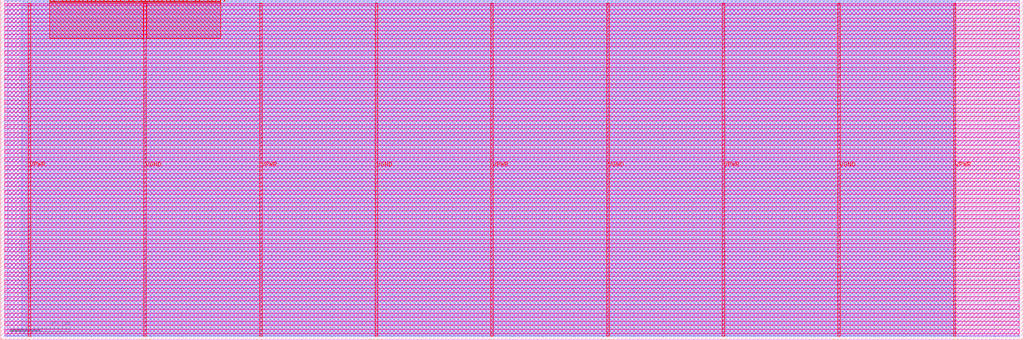
<source format=lef>
VERSION 5.7 ;
  NOWIREEXTENSIONATPIN ON ;
  DIVIDERCHAR "/" ;
  BUSBITCHARS "[]" ;
MACRO tt_um_hh_dup
  CLASS BLOCK ;
  FOREIGN tt_um_hh_dup ;
  ORIGIN 0.000 0.000 ;
  SIZE 678.960 BY 225.760 ;
  PIN VGND
    DIRECTION INOUT ;
    USE GROUND ;
    PORT
      LAYER met4 ;
        RECT 95.080 2.480 96.680 223.280 ;
    END
    PORT
      LAYER met4 ;
        RECT 248.680 2.480 250.280 223.280 ;
    END
    PORT
      LAYER met4 ;
        RECT 402.280 2.480 403.880 223.280 ;
    END
    PORT
      LAYER met4 ;
        RECT 555.880 2.480 557.480 223.280 ;
    END
  END VGND
  PIN VPWR
    DIRECTION INOUT ;
    USE POWER ;
    PORT
      LAYER met4 ;
        RECT 18.280 2.480 19.880 223.280 ;
    END
    PORT
      LAYER met4 ;
        RECT 171.880 2.480 173.480 223.280 ;
    END
    PORT
      LAYER met4 ;
        RECT 325.480 2.480 327.080 223.280 ;
    END
    PORT
      LAYER met4 ;
        RECT 479.080 2.480 480.680 223.280 ;
    END
    PORT
      LAYER met4 ;
        RECT 632.680 2.480 634.280 223.280 ;
    END
  END VPWR
  PIN clk
    DIRECTION INPUT ;
    USE SIGNAL ;
    ANTENNAGATEAREA 0.852000 ;
    PORT
      LAYER met4 ;
        RECT 145.670 224.760 145.970 225.760 ;
    END
  END clk
  PIN ena
    DIRECTION INPUT ;
    USE SIGNAL ;
    PORT
      LAYER met4 ;
        RECT 148.430 224.760 148.730 225.760 ;
    END
  END ena
  PIN rst_n
    DIRECTION INPUT ;
    USE SIGNAL ;
    ANTENNAGATEAREA 0.196500 ;
    PORT
      LAYER met4 ;
        RECT 142.910 224.760 143.210 225.760 ;
    END
  END rst_n
  PIN ui_in[0]
    DIRECTION INPUT ;
    USE SIGNAL ;
    PORT
      LAYER met4 ;
        RECT 140.150 224.760 140.450 225.760 ;
    END
  END ui_in[0]
  PIN ui_in[1]
    DIRECTION INPUT ;
    USE SIGNAL ;
    ANTENNAGATEAREA 0.196500 ;
    PORT
      LAYER met4 ;
        RECT 137.390 224.760 137.690 225.760 ;
    END
  END ui_in[1]
  PIN ui_in[2]
    DIRECTION INPUT ;
    USE SIGNAL ;
    ANTENNAGATEAREA 0.196500 ;
    PORT
      LAYER met4 ;
        RECT 134.630 224.760 134.930 225.760 ;
    END
  END ui_in[2]
  PIN ui_in[3]
    DIRECTION INPUT ;
    USE SIGNAL ;
    ANTENNAGATEAREA 0.196500 ;
    PORT
      LAYER met4 ;
        RECT 131.870 224.760 132.170 225.760 ;
    END
  END ui_in[3]
  PIN ui_in[4]
    DIRECTION INPUT ;
    USE SIGNAL ;
    ANTENNAGATEAREA 0.196500 ;
    PORT
      LAYER met4 ;
        RECT 129.110 224.760 129.410 225.760 ;
    END
  END ui_in[4]
  PIN ui_in[5]
    DIRECTION INPUT ;
    USE SIGNAL ;
    ANTENNAGATEAREA 0.196500 ;
    PORT
      LAYER met4 ;
        RECT 126.350 224.760 126.650 225.760 ;
    END
  END ui_in[5]
  PIN ui_in[6]
    DIRECTION INPUT ;
    USE SIGNAL ;
    ANTENNAGATEAREA 0.196500 ;
    PORT
      LAYER met4 ;
        RECT 123.590 224.760 123.890 225.760 ;
    END
  END ui_in[6]
  PIN ui_in[7]
    DIRECTION INPUT ;
    USE SIGNAL ;
    ANTENNAGATEAREA 0.196500 ;
    PORT
      LAYER met4 ;
        RECT 120.830 224.760 121.130 225.760 ;
    END
  END ui_in[7]
  PIN uio_in[0]
    DIRECTION INPUT ;
    USE SIGNAL ;
    PORT
      LAYER met4 ;
        RECT 118.070 224.760 118.370 225.760 ;
    END
  END uio_in[0]
  PIN uio_in[1]
    DIRECTION INPUT ;
    USE SIGNAL ;
    PORT
      LAYER met4 ;
        RECT 115.310 224.760 115.610 225.760 ;
    END
  END uio_in[1]
  PIN uio_in[2]
    DIRECTION INPUT ;
    USE SIGNAL ;
    PORT
      LAYER met4 ;
        RECT 112.550 224.760 112.850 225.760 ;
    END
  END uio_in[2]
  PIN uio_in[3]
    DIRECTION INPUT ;
    USE SIGNAL ;
    PORT
      LAYER met4 ;
        RECT 109.790 224.760 110.090 225.760 ;
    END
  END uio_in[3]
  PIN uio_in[4]
    DIRECTION INPUT ;
    USE SIGNAL ;
    PORT
      LAYER met4 ;
        RECT 107.030 224.760 107.330 225.760 ;
    END
  END uio_in[4]
  PIN uio_in[5]
    DIRECTION INPUT ;
    USE SIGNAL ;
    PORT
      LAYER met4 ;
        RECT 104.270 224.760 104.570 225.760 ;
    END
  END uio_in[5]
  PIN uio_in[6]
    DIRECTION INPUT ;
    USE SIGNAL ;
    PORT
      LAYER met4 ;
        RECT 101.510 224.760 101.810 225.760 ;
    END
  END uio_in[6]
  PIN uio_in[7]
    DIRECTION INPUT ;
    USE SIGNAL ;
    PORT
      LAYER met4 ;
        RECT 98.750 224.760 99.050 225.760 ;
    END
  END uio_in[7]
  PIN uio_oe[0]
    DIRECTION OUTPUT TRISTATE ;
    USE SIGNAL ;
    PORT
      LAYER met4 ;
        RECT 51.830 224.760 52.130 225.760 ;
    END
  END uio_oe[0]
  PIN uio_oe[1]
    DIRECTION OUTPUT TRISTATE ;
    USE SIGNAL ;
    PORT
      LAYER met4 ;
        RECT 49.070 224.760 49.370 225.760 ;
    END
  END uio_oe[1]
  PIN uio_oe[2]
    DIRECTION OUTPUT TRISTATE ;
    USE SIGNAL ;
    PORT
      LAYER met4 ;
        RECT 46.310 224.760 46.610 225.760 ;
    END
  END uio_oe[2]
  PIN uio_oe[3]
    DIRECTION OUTPUT TRISTATE ;
    USE SIGNAL ;
    PORT
      LAYER met4 ;
        RECT 43.550 224.760 43.850 225.760 ;
    END
  END uio_oe[3]
  PIN uio_oe[4]
    DIRECTION OUTPUT TRISTATE ;
    USE SIGNAL ;
    PORT
      LAYER met4 ;
        RECT 40.790 224.760 41.090 225.760 ;
    END
  END uio_oe[4]
  PIN uio_oe[5]
    DIRECTION OUTPUT TRISTATE ;
    USE SIGNAL ;
    PORT
      LAYER met4 ;
        RECT 38.030 224.760 38.330 225.760 ;
    END
  END uio_oe[5]
  PIN uio_oe[6]
    DIRECTION OUTPUT TRISTATE ;
    USE SIGNAL ;
    PORT
      LAYER met4 ;
        RECT 35.270 224.760 35.570 225.760 ;
    END
  END uio_oe[6]
  PIN uio_oe[7]
    DIRECTION OUTPUT TRISTATE ;
    USE SIGNAL ;
    PORT
      LAYER met4 ;
        RECT 32.510 224.760 32.810 225.760 ;
    END
  END uio_oe[7]
  PIN uio_out[0]
    DIRECTION OUTPUT TRISTATE ;
    USE SIGNAL ;
    ANTENNADIFFAREA 0.795200 ;
    PORT
      LAYER met4 ;
        RECT 73.910 224.760 74.210 225.760 ;
    END
  END uio_out[0]
  PIN uio_out[1]
    DIRECTION OUTPUT TRISTATE ;
    USE SIGNAL ;
    ANTENNAGATEAREA 0.126000 ;
    ANTENNADIFFAREA 1.242000 ;
    PORT
      LAYER met4 ;
        RECT 71.150 224.760 71.450 225.760 ;
    END
  END uio_out[1]
  PIN uio_out[2]
    DIRECTION OUTPUT TRISTATE ;
    USE SIGNAL ;
    ANTENNAGATEAREA 0.126000 ;
    ANTENNADIFFAREA 1.721000 ;
    PORT
      LAYER met4 ;
        RECT 68.390 224.760 68.690 225.760 ;
    END
  END uio_out[2]
  PIN uio_out[3]
    DIRECTION OUTPUT TRISTATE ;
    USE SIGNAL ;
    ANTENNAGATEAREA 0.126000 ;
    ANTENNADIFFAREA 1.721000 ;
    PORT
      LAYER met4 ;
        RECT 65.630 224.760 65.930 225.760 ;
    END
  END uio_out[3]
  PIN uio_out[4]
    DIRECTION OUTPUT TRISTATE ;
    USE SIGNAL ;
    ANTENNADIFFAREA 0.795200 ;
    PORT
      LAYER met4 ;
        RECT 62.870 224.760 63.170 225.760 ;
    END
  END uio_out[4]
  PIN uio_out[5]
    DIRECTION OUTPUT TRISTATE ;
    USE SIGNAL ;
    ANTENNADIFFAREA 0.795200 ;
    PORT
      LAYER met4 ;
        RECT 60.110 224.760 60.410 225.760 ;
    END
  END uio_out[5]
  PIN uio_out[6]
    DIRECTION OUTPUT TRISTATE ;
    USE SIGNAL ;
    ANTENNAGATEAREA 0.126000 ;
    ANTENNADIFFAREA 1.242000 ;
    PORT
      LAYER met4 ;
        RECT 57.350 224.760 57.650 225.760 ;
    END
  END uio_out[6]
  PIN uio_out[7]
    DIRECTION OUTPUT TRISTATE ;
    USE SIGNAL ;
    ANTENNAGATEAREA 0.126000 ;
    ANTENNADIFFAREA 1.721000 ;
    PORT
      LAYER met4 ;
        RECT 54.590 224.760 54.890 225.760 ;
    END
  END uio_out[7]
  PIN uo_out[0]
    DIRECTION OUTPUT TRISTATE ;
    USE SIGNAL ;
    ANTENNAGATEAREA 0.126000 ;
    ANTENNADIFFAREA 0.795200 ;
    PORT
      LAYER met4 ;
        RECT 95.990 224.760 96.290 225.760 ;
    END
  END uo_out[0]
  PIN uo_out[1]
    DIRECTION OUTPUT TRISTATE ;
    USE SIGNAL ;
    ANTENNAGATEAREA 0.126000 ;
    ANTENNADIFFAREA 1.524450 ;
    PORT
      LAYER met4 ;
        RECT 93.230 224.760 93.530 225.760 ;
    END
  END uo_out[1]
  PIN uo_out[2]
    DIRECTION OUTPUT TRISTATE ;
    USE SIGNAL ;
    ANTENNAGATEAREA 0.126000 ;
    ANTENNADIFFAREA 1.524450 ;
    PORT
      LAYER met4 ;
        RECT 90.470 224.760 90.770 225.760 ;
    END
  END uo_out[2]
  PIN uo_out[3]
    DIRECTION OUTPUT TRISTATE ;
    USE SIGNAL ;
    ANTENNAGATEAREA 0.126000 ;
    ANTENNADIFFAREA 1.721000 ;
    PORT
      LAYER met4 ;
        RECT 87.710 224.760 88.010 225.760 ;
    END
  END uo_out[3]
  PIN uo_out[4]
    DIRECTION OUTPUT TRISTATE ;
    USE SIGNAL ;
    ANTENNAGATEAREA 0.126000 ;
    ANTENNADIFFAREA 1.721000 ;
    PORT
      LAYER met4 ;
        RECT 84.950 224.760 85.250 225.760 ;
    END
  END uo_out[4]
  PIN uo_out[5]
    DIRECTION OUTPUT TRISTATE ;
    USE SIGNAL ;
    ANTENNAGATEAREA 0.126000 ;
    ANTENNADIFFAREA 1.524450 ;
    PORT
      LAYER met4 ;
        RECT 82.190 224.760 82.490 225.760 ;
    END
  END uo_out[5]
  PIN uo_out[6]
    DIRECTION OUTPUT TRISTATE ;
    USE SIGNAL ;
    ANTENNAGATEAREA 0.126000 ;
    ANTENNADIFFAREA 1.524450 ;
    PORT
      LAYER met4 ;
        RECT 79.430 224.760 79.730 225.760 ;
    END
  END uo_out[6]
  PIN uo_out[7]
    DIRECTION OUTPUT TRISTATE ;
    USE SIGNAL ;
    ANTENNADIFFAREA 1.242000 ;
    PORT
      LAYER met4 ;
        RECT 76.670 224.760 76.970 225.760 ;
    END
  END uo_out[7]
  OBS
      LAYER nwell ;
        RECT 2.570 221.625 676.390 223.230 ;
        RECT 2.570 216.185 676.390 219.015 ;
        RECT 2.570 210.745 676.390 213.575 ;
        RECT 2.570 205.305 676.390 208.135 ;
        RECT 2.570 199.865 676.390 202.695 ;
        RECT 2.570 194.425 676.390 197.255 ;
        RECT 2.570 188.985 676.390 191.815 ;
        RECT 2.570 183.545 676.390 186.375 ;
        RECT 2.570 178.105 676.390 180.935 ;
        RECT 2.570 172.665 676.390 175.495 ;
        RECT 2.570 167.225 676.390 170.055 ;
        RECT 2.570 161.785 676.390 164.615 ;
        RECT 2.570 156.345 676.390 159.175 ;
        RECT 2.570 150.905 676.390 153.735 ;
        RECT 2.570 145.465 676.390 148.295 ;
        RECT 2.570 140.025 676.390 142.855 ;
        RECT 2.570 134.585 676.390 137.415 ;
        RECT 2.570 129.145 676.390 131.975 ;
        RECT 2.570 123.705 676.390 126.535 ;
        RECT 2.570 118.265 676.390 121.095 ;
        RECT 2.570 112.825 676.390 115.655 ;
        RECT 2.570 107.385 676.390 110.215 ;
        RECT 2.570 101.945 676.390 104.775 ;
        RECT 2.570 96.505 676.390 99.335 ;
        RECT 2.570 91.065 676.390 93.895 ;
        RECT 2.570 85.625 676.390 88.455 ;
        RECT 2.570 80.185 676.390 83.015 ;
        RECT 2.570 74.745 676.390 77.575 ;
        RECT 2.570 69.305 676.390 72.135 ;
        RECT 2.570 63.865 676.390 66.695 ;
        RECT 2.570 58.425 676.390 61.255 ;
        RECT 2.570 52.985 676.390 55.815 ;
        RECT 2.570 47.545 676.390 50.375 ;
        RECT 2.570 42.105 676.390 44.935 ;
        RECT 2.570 36.665 676.390 39.495 ;
        RECT 2.570 31.225 676.390 34.055 ;
        RECT 2.570 25.785 676.390 28.615 ;
        RECT 2.570 20.345 676.390 23.175 ;
        RECT 2.570 14.905 676.390 17.735 ;
        RECT 2.570 9.465 676.390 12.295 ;
        RECT 2.570 4.025 676.390 6.855 ;
      LAYER li1 ;
        RECT 2.760 2.635 676.200 223.125 ;
      LAYER met1 ;
        RECT 2.760 2.480 676.200 225.040 ;
      LAYER met2 ;
        RECT 4.700 2.535 634.250 225.070 ;
      LAYER met3 ;
        RECT 13.865 2.555 634.270 224.220 ;
      LAYER met4 ;
        RECT 33.210 224.360 34.870 224.760 ;
        RECT 35.970 224.360 37.630 224.760 ;
        RECT 38.730 224.360 40.390 224.760 ;
        RECT 41.490 224.360 43.150 224.760 ;
        RECT 44.250 224.360 45.910 224.760 ;
        RECT 47.010 224.360 48.670 224.760 ;
        RECT 49.770 224.360 51.430 224.760 ;
        RECT 52.530 224.360 54.190 224.760 ;
        RECT 55.290 224.360 56.950 224.760 ;
        RECT 58.050 224.360 59.710 224.760 ;
        RECT 60.810 224.360 62.470 224.760 ;
        RECT 63.570 224.360 65.230 224.760 ;
        RECT 66.330 224.360 67.990 224.760 ;
        RECT 69.090 224.360 70.750 224.760 ;
        RECT 71.850 224.360 73.510 224.760 ;
        RECT 74.610 224.360 76.270 224.760 ;
        RECT 77.370 224.360 79.030 224.760 ;
        RECT 80.130 224.360 81.790 224.760 ;
        RECT 82.890 224.360 84.550 224.760 ;
        RECT 85.650 224.360 87.310 224.760 ;
        RECT 88.410 224.360 90.070 224.760 ;
        RECT 91.170 224.360 92.830 224.760 ;
        RECT 93.930 224.360 95.590 224.760 ;
        RECT 96.690 224.360 98.350 224.760 ;
        RECT 99.450 224.360 101.110 224.760 ;
        RECT 102.210 224.360 103.870 224.760 ;
        RECT 104.970 224.360 106.630 224.760 ;
        RECT 107.730 224.360 109.390 224.760 ;
        RECT 110.490 224.360 112.150 224.760 ;
        RECT 113.250 224.360 114.910 224.760 ;
        RECT 116.010 224.360 117.670 224.760 ;
        RECT 118.770 224.360 120.430 224.760 ;
        RECT 121.530 224.360 123.190 224.760 ;
        RECT 124.290 224.360 125.950 224.760 ;
        RECT 127.050 224.360 128.710 224.760 ;
        RECT 129.810 224.360 131.470 224.760 ;
        RECT 132.570 224.360 134.230 224.760 ;
        RECT 135.330 224.360 136.990 224.760 ;
        RECT 138.090 224.360 139.750 224.760 ;
        RECT 140.850 224.360 142.510 224.760 ;
        RECT 143.610 224.360 145.270 224.760 ;
        RECT 32.495 223.680 145.985 224.360 ;
        RECT 32.495 200.095 94.680 223.680 ;
        RECT 97.080 200.095 145.985 223.680 ;
  END
END tt_um_hh_dup
END LIBRARY


</source>
